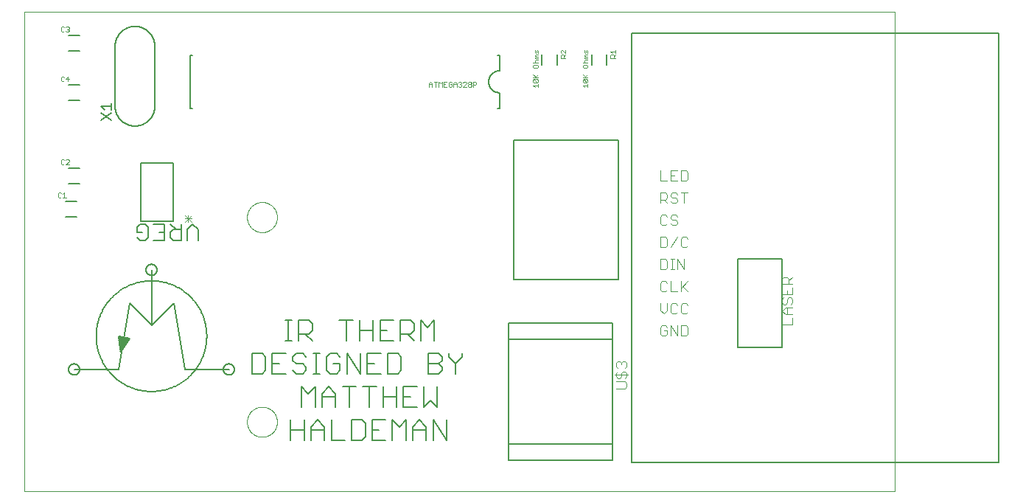
<source format=gto>
G75*
%MOIN*%
%OFA0B0*%
%FSLAX25Y25*%
%IPPOS*%
%LPD*%
%AMOC8*
5,1,8,0,0,1.08239X$1,22.5*
%
%ADD10C,0.00000*%
%ADD11C,0.00800*%
%ADD12C,0.00200*%
%ADD13C,0.00600*%
%ADD14C,0.00500*%
%ADD15C,0.00400*%
%ADD16C,0.00300*%
D10*
X0001000Y0001000D02*
X0001000Y0217535D01*
X0394701Y0217535D01*
X0394701Y0001000D01*
X0001000Y0001000D01*
X0101700Y0032250D02*
X0101702Y0032417D01*
X0101708Y0032584D01*
X0101718Y0032750D01*
X0101733Y0032917D01*
X0101751Y0033082D01*
X0101774Y0033248D01*
X0101800Y0033413D01*
X0101831Y0033577D01*
X0101865Y0033740D01*
X0101904Y0033902D01*
X0101946Y0034064D01*
X0101993Y0034224D01*
X0102043Y0034383D01*
X0102098Y0034541D01*
X0102156Y0034697D01*
X0102218Y0034852D01*
X0102283Y0035006D01*
X0102353Y0035157D01*
X0102426Y0035307D01*
X0102503Y0035455D01*
X0102583Y0035602D01*
X0102667Y0035746D01*
X0102755Y0035888D01*
X0102846Y0036028D01*
X0102940Y0036165D01*
X0103038Y0036301D01*
X0103139Y0036434D01*
X0103244Y0036564D01*
X0103351Y0036692D01*
X0103462Y0036817D01*
X0103575Y0036939D01*
X0103692Y0037058D01*
X0103811Y0037175D01*
X0103933Y0037288D01*
X0104058Y0037399D01*
X0104186Y0037506D01*
X0104316Y0037611D01*
X0104449Y0037712D01*
X0104585Y0037810D01*
X0104722Y0037904D01*
X0104862Y0037995D01*
X0105004Y0038083D01*
X0105148Y0038167D01*
X0105295Y0038247D01*
X0105443Y0038324D01*
X0105593Y0038397D01*
X0105744Y0038467D01*
X0105898Y0038532D01*
X0106053Y0038594D01*
X0106209Y0038652D01*
X0106367Y0038707D01*
X0106526Y0038757D01*
X0106686Y0038804D01*
X0106848Y0038846D01*
X0107010Y0038885D01*
X0107173Y0038919D01*
X0107337Y0038950D01*
X0107502Y0038976D01*
X0107668Y0038999D01*
X0107833Y0039017D01*
X0108000Y0039032D01*
X0108166Y0039042D01*
X0108333Y0039048D01*
X0108500Y0039050D01*
X0108667Y0039048D01*
X0108834Y0039042D01*
X0109000Y0039032D01*
X0109167Y0039017D01*
X0109332Y0038999D01*
X0109498Y0038976D01*
X0109663Y0038950D01*
X0109827Y0038919D01*
X0109990Y0038885D01*
X0110152Y0038846D01*
X0110314Y0038804D01*
X0110474Y0038757D01*
X0110633Y0038707D01*
X0110791Y0038652D01*
X0110947Y0038594D01*
X0111102Y0038532D01*
X0111256Y0038467D01*
X0111407Y0038397D01*
X0111557Y0038324D01*
X0111705Y0038247D01*
X0111852Y0038167D01*
X0111996Y0038083D01*
X0112138Y0037995D01*
X0112278Y0037904D01*
X0112415Y0037810D01*
X0112551Y0037712D01*
X0112684Y0037611D01*
X0112814Y0037506D01*
X0112942Y0037399D01*
X0113067Y0037288D01*
X0113189Y0037175D01*
X0113308Y0037058D01*
X0113425Y0036939D01*
X0113538Y0036817D01*
X0113649Y0036692D01*
X0113756Y0036564D01*
X0113861Y0036434D01*
X0113962Y0036301D01*
X0114060Y0036165D01*
X0114154Y0036028D01*
X0114245Y0035888D01*
X0114333Y0035746D01*
X0114417Y0035602D01*
X0114497Y0035455D01*
X0114574Y0035307D01*
X0114647Y0035157D01*
X0114717Y0035006D01*
X0114782Y0034852D01*
X0114844Y0034697D01*
X0114902Y0034541D01*
X0114957Y0034383D01*
X0115007Y0034224D01*
X0115054Y0034064D01*
X0115096Y0033902D01*
X0115135Y0033740D01*
X0115169Y0033577D01*
X0115200Y0033413D01*
X0115226Y0033248D01*
X0115249Y0033082D01*
X0115267Y0032917D01*
X0115282Y0032750D01*
X0115292Y0032584D01*
X0115298Y0032417D01*
X0115300Y0032250D01*
X0115298Y0032083D01*
X0115292Y0031916D01*
X0115282Y0031750D01*
X0115267Y0031583D01*
X0115249Y0031418D01*
X0115226Y0031252D01*
X0115200Y0031087D01*
X0115169Y0030923D01*
X0115135Y0030760D01*
X0115096Y0030598D01*
X0115054Y0030436D01*
X0115007Y0030276D01*
X0114957Y0030117D01*
X0114902Y0029959D01*
X0114844Y0029803D01*
X0114782Y0029648D01*
X0114717Y0029494D01*
X0114647Y0029343D01*
X0114574Y0029193D01*
X0114497Y0029045D01*
X0114417Y0028898D01*
X0114333Y0028754D01*
X0114245Y0028612D01*
X0114154Y0028472D01*
X0114060Y0028335D01*
X0113962Y0028199D01*
X0113861Y0028066D01*
X0113756Y0027936D01*
X0113649Y0027808D01*
X0113538Y0027683D01*
X0113425Y0027561D01*
X0113308Y0027442D01*
X0113189Y0027325D01*
X0113067Y0027212D01*
X0112942Y0027101D01*
X0112814Y0026994D01*
X0112684Y0026889D01*
X0112551Y0026788D01*
X0112415Y0026690D01*
X0112278Y0026596D01*
X0112138Y0026505D01*
X0111996Y0026417D01*
X0111852Y0026333D01*
X0111705Y0026253D01*
X0111557Y0026176D01*
X0111407Y0026103D01*
X0111256Y0026033D01*
X0111102Y0025968D01*
X0110947Y0025906D01*
X0110791Y0025848D01*
X0110633Y0025793D01*
X0110474Y0025743D01*
X0110314Y0025696D01*
X0110152Y0025654D01*
X0109990Y0025615D01*
X0109827Y0025581D01*
X0109663Y0025550D01*
X0109498Y0025524D01*
X0109332Y0025501D01*
X0109167Y0025483D01*
X0109000Y0025468D01*
X0108834Y0025458D01*
X0108667Y0025452D01*
X0108500Y0025450D01*
X0108333Y0025452D01*
X0108166Y0025458D01*
X0108000Y0025468D01*
X0107833Y0025483D01*
X0107668Y0025501D01*
X0107502Y0025524D01*
X0107337Y0025550D01*
X0107173Y0025581D01*
X0107010Y0025615D01*
X0106848Y0025654D01*
X0106686Y0025696D01*
X0106526Y0025743D01*
X0106367Y0025793D01*
X0106209Y0025848D01*
X0106053Y0025906D01*
X0105898Y0025968D01*
X0105744Y0026033D01*
X0105593Y0026103D01*
X0105443Y0026176D01*
X0105295Y0026253D01*
X0105148Y0026333D01*
X0105004Y0026417D01*
X0104862Y0026505D01*
X0104722Y0026596D01*
X0104585Y0026690D01*
X0104449Y0026788D01*
X0104316Y0026889D01*
X0104186Y0026994D01*
X0104058Y0027101D01*
X0103933Y0027212D01*
X0103811Y0027325D01*
X0103692Y0027442D01*
X0103575Y0027561D01*
X0103462Y0027683D01*
X0103351Y0027808D01*
X0103244Y0027936D01*
X0103139Y0028066D01*
X0103038Y0028199D01*
X0102940Y0028335D01*
X0102846Y0028472D01*
X0102755Y0028612D01*
X0102667Y0028754D01*
X0102583Y0028898D01*
X0102503Y0029045D01*
X0102426Y0029193D01*
X0102353Y0029343D01*
X0102283Y0029494D01*
X0102218Y0029648D01*
X0102156Y0029803D01*
X0102098Y0029959D01*
X0102043Y0030117D01*
X0101993Y0030276D01*
X0101946Y0030436D01*
X0101904Y0030598D01*
X0101865Y0030760D01*
X0101831Y0030923D01*
X0101800Y0031087D01*
X0101774Y0031252D01*
X0101751Y0031418D01*
X0101733Y0031583D01*
X0101718Y0031750D01*
X0101708Y0031916D01*
X0101702Y0032083D01*
X0101700Y0032250D01*
X0101700Y0124750D02*
X0101702Y0124917D01*
X0101708Y0125084D01*
X0101718Y0125250D01*
X0101733Y0125417D01*
X0101751Y0125582D01*
X0101774Y0125748D01*
X0101800Y0125913D01*
X0101831Y0126077D01*
X0101865Y0126240D01*
X0101904Y0126402D01*
X0101946Y0126564D01*
X0101993Y0126724D01*
X0102043Y0126883D01*
X0102098Y0127041D01*
X0102156Y0127197D01*
X0102218Y0127352D01*
X0102283Y0127506D01*
X0102353Y0127657D01*
X0102426Y0127807D01*
X0102503Y0127955D01*
X0102583Y0128102D01*
X0102667Y0128246D01*
X0102755Y0128388D01*
X0102846Y0128528D01*
X0102940Y0128665D01*
X0103038Y0128801D01*
X0103139Y0128934D01*
X0103244Y0129064D01*
X0103351Y0129192D01*
X0103462Y0129317D01*
X0103575Y0129439D01*
X0103692Y0129558D01*
X0103811Y0129675D01*
X0103933Y0129788D01*
X0104058Y0129899D01*
X0104186Y0130006D01*
X0104316Y0130111D01*
X0104449Y0130212D01*
X0104585Y0130310D01*
X0104722Y0130404D01*
X0104862Y0130495D01*
X0105004Y0130583D01*
X0105148Y0130667D01*
X0105295Y0130747D01*
X0105443Y0130824D01*
X0105593Y0130897D01*
X0105744Y0130967D01*
X0105898Y0131032D01*
X0106053Y0131094D01*
X0106209Y0131152D01*
X0106367Y0131207D01*
X0106526Y0131257D01*
X0106686Y0131304D01*
X0106848Y0131346D01*
X0107010Y0131385D01*
X0107173Y0131419D01*
X0107337Y0131450D01*
X0107502Y0131476D01*
X0107668Y0131499D01*
X0107833Y0131517D01*
X0108000Y0131532D01*
X0108166Y0131542D01*
X0108333Y0131548D01*
X0108500Y0131550D01*
X0108667Y0131548D01*
X0108834Y0131542D01*
X0109000Y0131532D01*
X0109167Y0131517D01*
X0109332Y0131499D01*
X0109498Y0131476D01*
X0109663Y0131450D01*
X0109827Y0131419D01*
X0109990Y0131385D01*
X0110152Y0131346D01*
X0110314Y0131304D01*
X0110474Y0131257D01*
X0110633Y0131207D01*
X0110791Y0131152D01*
X0110947Y0131094D01*
X0111102Y0131032D01*
X0111256Y0130967D01*
X0111407Y0130897D01*
X0111557Y0130824D01*
X0111705Y0130747D01*
X0111852Y0130667D01*
X0111996Y0130583D01*
X0112138Y0130495D01*
X0112278Y0130404D01*
X0112415Y0130310D01*
X0112551Y0130212D01*
X0112684Y0130111D01*
X0112814Y0130006D01*
X0112942Y0129899D01*
X0113067Y0129788D01*
X0113189Y0129675D01*
X0113308Y0129558D01*
X0113425Y0129439D01*
X0113538Y0129317D01*
X0113649Y0129192D01*
X0113756Y0129064D01*
X0113861Y0128934D01*
X0113962Y0128801D01*
X0114060Y0128665D01*
X0114154Y0128528D01*
X0114245Y0128388D01*
X0114333Y0128246D01*
X0114417Y0128102D01*
X0114497Y0127955D01*
X0114574Y0127807D01*
X0114647Y0127657D01*
X0114717Y0127506D01*
X0114782Y0127352D01*
X0114844Y0127197D01*
X0114902Y0127041D01*
X0114957Y0126883D01*
X0115007Y0126724D01*
X0115054Y0126564D01*
X0115096Y0126402D01*
X0115135Y0126240D01*
X0115169Y0126077D01*
X0115200Y0125913D01*
X0115226Y0125748D01*
X0115249Y0125582D01*
X0115267Y0125417D01*
X0115282Y0125250D01*
X0115292Y0125084D01*
X0115298Y0124917D01*
X0115300Y0124750D01*
X0115298Y0124583D01*
X0115292Y0124416D01*
X0115282Y0124250D01*
X0115267Y0124083D01*
X0115249Y0123918D01*
X0115226Y0123752D01*
X0115200Y0123587D01*
X0115169Y0123423D01*
X0115135Y0123260D01*
X0115096Y0123098D01*
X0115054Y0122936D01*
X0115007Y0122776D01*
X0114957Y0122617D01*
X0114902Y0122459D01*
X0114844Y0122303D01*
X0114782Y0122148D01*
X0114717Y0121994D01*
X0114647Y0121843D01*
X0114574Y0121693D01*
X0114497Y0121545D01*
X0114417Y0121398D01*
X0114333Y0121254D01*
X0114245Y0121112D01*
X0114154Y0120972D01*
X0114060Y0120835D01*
X0113962Y0120699D01*
X0113861Y0120566D01*
X0113756Y0120436D01*
X0113649Y0120308D01*
X0113538Y0120183D01*
X0113425Y0120061D01*
X0113308Y0119942D01*
X0113189Y0119825D01*
X0113067Y0119712D01*
X0112942Y0119601D01*
X0112814Y0119494D01*
X0112684Y0119389D01*
X0112551Y0119288D01*
X0112415Y0119190D01*
X0112278Y0119096D01*
X0112138Y0119005D01*
X0111996Y0118917D01*
X0111852Y0118833D01*
X0111705Y0118753D01*
X0111557Y0118676D01*
X0111407Y0118603D01*
X0111256Y0118533D01*
X0111102Y0118468D01*
X0110947Y0118406D01*
X0110791Y0118348D01*
X0110633Y0118293D01*
X0110474Y0118243D01*
X0110314Y0118196D01*
X0110152Y0118154D01*
X0109990Y0118115D01*
X0109827Y0118081D01*
X0109663Y0118050D01*
X0109498Y0118024D01*
X0109332Y0118001D01*
X0109167Y0117983D01*
X0109000Y0117968D01*
X0108834Y0117958D01*
X0108667Y0117952D01*
X0108500Y0117950D01*
X0108333Y0117952D01*
X0108166Y0117958D01*
X0108000Y0117968D01*
X0107833Y0117983D01*
X0107668Y0118001D01*
X0107502Y0118024D01*
X0107337Y0118050D01*
X0107173Y0118081D01*
X0107010Y0118115D01*
X0106848Y0118154D01*
X0106686Y0118196D01*
X0106526Y0118243D01*
X0106367Y0118293D01*
X0106209Y0118348D01*
X0106053Y0118406D01*
X0105898Y0118468D01*
X0105744Y0118533D01*
X0105593Y0118603D01*
X0105443Y0118676D01*
X0105295Y0118753D01*
X0105148Y0118833D01*
X0105004Y0118917D01*
X0104862Y0119005D01*
X0104722Y0119096D01*
X0104585Y0119190D01*
X0104449Y0119288D01*
X0104316Y0119389D01*
X0104186Y0119494D01*
X0104058Y0119601D01*
X0103933Y0119712D01*
X0103811Y0119825D01*
X0103692Y0119942D01*
X0103575Y0120061D01*
X0103462Y0120183D01*
X0103351Y0120308D01*
X0103244Y0120436D01*
X0103139Y0120566D01*
X0103038Y0120699D01*
X0102940Y0120835D01*
X0102846Y0120972D01*
X0102755Y0121112D01*
X0102667Y0121254D01*
X0102583Y0121398D01*
X0102503Y0121545D01*
X0102426Y0121693D01*
X0102353Y0121843D01*
X0102283Y0121994D01*
X0102218Y0122148D01*
X0102156Y0122303D01*
X0102098Y0122459D01*
X0102043Y0122617D01*
X0101993Y0122776D01*
X0101946Y0122936D01*
X0101904Y0123098D01*
X0101865Y0123260D01*
X0101831Y0123423D01*
X0101800Y0123587D01*
X0101774Y0123752D01*
X0101751Y0123918D01*
X0101733Y0124083D01*
X0101718Y0124250D01*
X0101708Y0124416D01*
X0101702Y0124583D01*
X0101700Y0124750D01*
D11*
X0079500Y0119131D02*
X0079500Y0114194D01*
X0074562Y0114194D02*
X0074562Y0119131D01*
X0077031Y0121600D01*
X0079500Y0119131D01*
X0071950Y0119131D02*
X0068246Y0119131D01*
X0067012Y0117897D01*
X0067012Y0115428D01*
X0068246Y0114194D01*
X0071950Y0114194D01*
X0071950Y0121600D01*
X0069481Y0119131D02*
X0067012Y0121600D01*
X0064399Y0121600D02*
X0059462Y0121600D01*
X0056849Y0120366D02*
X0055614Y0121600D01*
X0053146Y0121600D01*
X0051911Y0120366D01*
X0051911Y0117897D01*
X0054380Y0117897D01*
X0056849Y0115428D02*
X0056849Y0120366D01*
X0061930Y0117897D02*
X0064399Y0117897D01*
X0064399Y0114194D02*
X0064399Y0121600D01*
X0064399Y0114194D02*
X0059462Y0114194D01*
X0056849Y0115428D02*
X0055614Y0114194D01*
X0053146Y0114194D01*
X0051911Y0115428D01*
X0118900Y0078108D02*
X0121969Y0078108D01*
X0120435Y0078108D02*
X0120435Y0068900D01*
X0121969Y0068900D02*
X0118900Y0068900D01*
X0125039Y0068900D02*
X0125039Y0078108D01*
X0129642Y0078108D01*
X0131177Y0076573D01*
X0131177Y0073504D01*
X0129642Y0071969D01*
X0125039Y0071969D01*
X0128108Y0071969D02*
X0131177Y0068900D01*
X0131524Y0063108D02*
X0134593Y0063108D01*
X0133058Y0063108D02*
X0133058Y0053900D01*
X0131524Y0053900D02*
X0134593Y0053900D01*
X0137662Y0055435D02*
X0139197Y0053900D01*
X0142266Y0053900D01*
X0143801Y0055435D01*
X0143801Y0058504D01*
X0140731Y0058504D01*
X0137662Y0061573D02*
X0137662Y0055435D01*
X0128454Y0055435D02*
X0126920Y0053900D01*
X0123850Y0053900D01*
X0122316Y0055435D01*
X0123850Y0058504D02*
X0126920Y0058504D01*
X0128454Y0056969D01*
X0128454Y0055435D01*
X0123850Y0058504D02*
X0122316Y0060039D01*
X0122316Y0061573D01*
X0123850Y0063108D01*
X0126920Y0063108D01*
X0128454Y0061573D01*
X0137662Y0061573D02*
X0139197Y0063108D01*
X0142266Y0063108D01*
X0143801Y0061573D01*
X0146870Y0063108D02*
X0153009Y0053900D01*
X0153009Y0063108D01*
X0156078Y0063108D02*
X0156078Y0053900D01*
X0162216Y0053900D01*
X0165286Y0053900D02*
X0169890Y0053900D01*
X0171424Y0055435D01*
X0171424Y0061573D01*
X0169890Y0063108D01*
X0165286Y0063108D01*
X0165286Y0053900D01*
X0163231Y0048108D02*
X0163231Y0038900D01*
X0157093Y0038900D02*
X0157093Y0048108D01*
X0154024Y0048108D02*
X0160162Y0048108D01*
X0150954Y0048108D02*
X0144816Y0048108D01*
X0147885Y0048108D02*
X0147885Y0038900D01*
X0141746Y0038900D02*
X0141746Y0045039D01*
X0138677Y0048108D01*
X0135608Y0045039D01*
X0135608Y0038900D01*
X0132539Y0038900D02*
X0132539Y0048108D01*
X0129469Y0045039D01*
X0126400Y0048108D01*
X0126400Y0038900D01*
X0127539Y0033108D02*
X0127539Y0023900D01*
X0130608Y0023900D02*
X0130608Y0030039D01*
X0133677Y0033108D01*
X0136746Y0030039D01*
X0136746Y0023900D01*
X0139816Y0023900D02*
X0145954Y0023900D01*
X0149024Y0023900D02*
X0153628Y0023900D01*
X0155162Y0025435D01*
X0155162Y0031573D01*
X0153628Y0033108D01*
X0149024Y0033108D01*
X0149024Y0023900D01*
X0158231Y0023900D02*
X0164370Y0023900D01*
X0167439Y0023900D02*
X0167439Y0033108D01*
X0170509Y0030039D01*
X0173578Y0033108D01*
X0173578Y0023900D01*
X0176647Y0023900D02*
X0176647Y0030039D01*
X0179716Y0033108D01*
X0182786Y0030039D01*
X0182786Y0023900D01*
X0185855Y0023900D02*
X0185855Y0033108D01*
X0191994Y0023900D01*
X0191994Y0033108D01*
X0187786Y0038900D02*
X0187786Y0048108D01*
X0181647Y0048108D02*
X0181647Y0038900D01*
X0184716Y0041969D01*
X0187786Y0038900D01*
X0178578Y0038900D02*
X0172439Y0038900D01*
X0172439Y0048108D01*
X0178578Y0048108D01*
X0183701Y0053900D02*
X0188305Y0053900D01*
X0189840Y0055435D01*
X0189840Y0056969D01*
X0188305Y0058504D01*
X0183701Y0058504D01*
X0188305Y0058504D02*
X0189840Y0060039D01*
X0189840Y0061573D01*
X0188305Y0063108D01*
X0183701Y0063108D01*
X0183701Y0053900D01*
X0192909Y0061573D02*
X0195979Y0058504D01*
X0195979Y0053900D01*
X0195979Y0058504D02*
X0199048Y0061573D01*
X0199048Y0063108D01*
X0192909Y0063108D02*
X0192909Y0061573D01*
X0186424Y0068900D02*
X0186424Y0078108D01*
X0183355Y0075039D01*
X0180286Y0078108D01*
X0180286Y0068900D01*
X0177216Y0068900D02*
X0174147Y0071969D01*
X0175682Y0071969D02*
X0171078Y0071969D01*
X0171078Y0068900D02*
X0171078Y0078108D01*
X0175682Y0078108D01*
X0177216Y0076573D01*
X0177216Y0073504D01*
X0175682Y0071969D01*
X0168009Y0068900D02*
X0161870Y0068900D01*
X0161870Y0078108D01*
X0168009Y0078108D01*
X0164939Y0073504D02*
X0161870Y0073504D01*
X0158801Y0073504D02*
X0152662Y0073504D01*
X0152662Y0068900D02*
X0152662Y0078108D01*
X0149593Y0078108D02*
X0143454Y0078108D01*
X0146524Y0078108D02*
X0146524Y0068900D01*
X0158801Y0068900D02*
X0158801Y0078108D01*
X0156078Y0063108D02*
X0162216Y0063108D01*
X0159147Y0058504D02*
X0156078Y0058504D01*
X0146870Y0053900D02*
X0146870Y0063108D01*
X0169370Y0048108D02*
X0169370Y0038900D01*
X0169370Y0043504D02*
X0163231Y0043504D01*
X0172439Y0043504D02*
X0175509Y0043504D01*
X0164370Y0033108D02*
X0158231Y0033108D01*
X0158231Y0023900D01*
X0158231Y0028504D02*
X0161301Y0028504D01*
X0176647Y0028504D02*
X0182786Y0028504D01*
X0141746Y0043504D02*
X0135608Y0043504D01*
X0139816Y0033108D02*
X0139816Y0023900D01*
X0136746Y0028504D02*
X0130608Y0028504D01*
X0127539Y0028504D02*
X0121400Y0028504D01*
X0121400Y0023900D02*
X0121400Y0033108D01*
X0119246Y0053900D02*
X0113108Y0053900D01*
X0113108Y0063108D01*
X0119246Y0063108D01*
X0116177Y0058504D02*
X0113108Y0058504D01*
X0110039Y0055435D02*
X0110039Y0061573D01*
X0108504Y0063108D01*
X0103900Y0063108D01*
X0103900Y0053900D01*
X0108504Y0053900D01*
X0110039Y0055435D01*
X0077000Y0174000D02*
X0076000Y0174000D01*
X0076000Y0198000D01*
X0077000Y0198000D01*
X0060000Y0202000D02*
X0060000Y0175000D01*
X0059997Y0174781D01*
X0059989Y0174562D01*
X0059976Y0174343D01*
X0059957Y0174125D01*
X0059933Y0173907D01*
X0059904Y0173690D01*
X0059870Y0173473D01*
X0059830Y0173258D01*
X0059785Y0173043D01*
X0059734Y0172830D01*
X0059679Y0172618D01*
X0059618Y0172407D01*
X0059553Y0172198D01*
X0059482Y0171991D01*
X0059406Y0171785D01*
X0059325Y0171581D01*
X0059240Y0171379D01*
X0059149Y0171180D01*
X0059054Y0170983D01*
X0058953Y0170788D01*
X0058848Y0170595D01*
X0058739Y0170405D01*
X0058625Y0170218D01*
X0058506Y0170034D01*
X0058383Y0169853D01*
X0058255Y0169675D01*
X0058123Y0169499D01*
X0057987Y0169328D01*
X0057847Y0169159D01*
X0057703Y0168994D01*
X0057555Y0168833D01*
X0057403Y0168675D01*
X0057247Y0168521D01*
X0057087Y0168371D01*
X0056924Y0168224D01*
X0056757Y0168082D01*
X0056587Y0167944D01*
X0056413Y0167810D01*
X0056237Y0167680D01*
X0056057Y0167555D01*
X0055874Y0167434D01*
X0055688Y0167318D01*
X0055500Y0167206D01*
X0055309Y0167099D01*
X0055115Y0166996D01*
X0054919Y0166898D01*
X0054721Y0166805D01*
X0054520Y0166717D01*
X0054317Y0166634D01*
X0054112Y0166555D01*
X0053906Y0166482D01*
X0053698Y0166414D01*
X0053488Y0166351D01*
X0053276Y0166293D01*
X0053064Y0166240D01*
X0052850Y0166192D01*
X0052635Y0166150D01*
X0052419Y0166113D01*
X0052202Y0166081D01*
X0051984Y0166054D01*
X0051766Y0166033D01*
X0051548Y0166017D01*
X0051329Y0166006D01*
X0051110Y0166001D01*
X0050890Y0166001D01*
X0050671Y0166006D01*
X0050452Y0166017D01*
X0050234Y0166033D01*
X0050016Y0166054D01*
X0049798Y0166081D01*
X0049581Y0166113D01*
X0049365Y0166150D01*
X0049150Y0166192D01*
X0048936Y0166240D01*
X0048724Y0166293D01*
X0048512Y0166351D01*
X0048302Y0166414D01*
X0048094Y0166482D01*
X0047888Y0166555D01*
X0047683Y0166634D01*
X0047480Y0166717D01*
X0047279Y0166805D01*
X0047081Y0166898D01*
X0046885Y0166996D01*
X0046691Y0167099D01*
X0046500Y0167206D01*
X0046312Y0167318D01*
X0046126Y0167434D01*
X0045943Y0167555D01*
X0045763Y0167680D01*
X0045587Y0167810D01*
X0045413Y0167944D01*
X0045243Y0168082D01*
X0045076Y0168224D01*
X0044913Y0168371D01*
X0044753Y0168521D01*
X0044597Y0168675D01*
X0044445Y0168833D01*
X0044297Y0168994D01*
X0044153Y0169159D01*
X0044013Y0169328D01*
X0043877Y0169499D01*
X0043745Y0169675D01*
X0043617Y0169853D01*
X0043494Y0170034D01*
X0043375Y0170218D01*
X0043261Y0170405D01*
X0043152Y0170595D01*
X0043047Y0170788D01*
X0042946Y0170983D01*
X0042851Y0171180D01*
X0042760Y0171379D01*
X0042675Y0171581D01*
X0042594Y0171785D01*
X0042518Y0171991D01*
X0042447Y0172198D01*
X0042382Y0172407D01*
X0042321Y0172618D01*
X0042266Y0172830D01*
X0042215Y0173043D01*
X0042170Y0173258D01*
X0042130Y0173473D01*
X0042096Y0173690D01*
X0042067Y0173907D01*
X0042043Y0174125D01*
X0042024Y0174343D01*
X0042011Y0174562D01*
X0042003Y0174781D01*
X0042000Y0175000D01*
X0042000Y0202000D01*
X0042003Y0202219D01*
X0042011Y0202438D01*
X0042024Y0202657D01*
X0042043Y0202875D01*
X0042067Y0203093D01*
X0042096Y0203310D01*
X0042130Y0203527D01*
X0042170Y0203742D01*
X0042215Y0203957D01*
X0042266Y0204170D01*
X0042321Y0204382D01*
X0042382Y0204593D01*
X0042447Y0204802D01*
X0042518Y0205009D01*
X0042594Y0205215D01*
X0042675Y0205419D01*
X0042760Y0205621D01*
X0042851Y0205820D01*
X0042946Y0206017D01*
X0043047Y0206212D01*
X0043152Y0206405D01*
X0043261Y0206595D01*
X0043375Y0206782D01*
X0043494Y0206966D01*
X0043617Y0207147D01*
X0043745Y0207325D01*
X0043877Y0207501D01*
X0044013Y0207672D01*
X0044153Y0207841D01*
X0044297Y0208006D01*
X0044445Y0208167D01*
X0044597Y0208325D01*
X0044753Y0208479D01*
X0044913Y0208629D01*
X0045076Y0208776D01*
X0045243Y0208918D01*
X0045413Y0209056D01*
X0045587Y0209190D01*
X0045763Y0209320D01*
X0045943Y0209445D01*
X0046126Y0209566D01*
X0046312Y0209682D01*
X0046500Y0209794D01*
X0046691Y0209901D01*
X0046885Y0210004D01*
X0047081Y0210102D01*
X0047279Y0210195D01*
X0047480Y0210283D01*
X0047683Y0210366D01*
X0047888Y0210445D01*
X0048094Y0210518D01*
X0048302Y0210586D01*
X0048512Y0210649D01*
X0048724Y0210707D01*
X0048936Y0210760D01*
X0049150Y0210808D01*
X0049365Y0210850D01*
X0049581Y0210887D01*
X0049798Y0210919D01*
X0050016Y0210946D01*
X0050234Y0210967D01*
X0050452Y0210983D01*
X0050671Y0210994D01*
X0050890Y0210999D01*
X0051110Y0210999D01*
X0051329Y0210994D01*
X0051548Y0210983D01*
X0051766Y0210967D01*
X0051984Y0210946D01*
X0052202Y0210919D01*
X0052419Y0210887D01*
X0052635Y0210850D01*
X0052850Y0210808D01*
X0053064Y0210760D01*
X0053276Y0210707D01*
X0053488Y0210649D01*
X0053698Y0210586D01*
X0053906Y0210518D01*
X0054112Y0210445D01*
X0054317Y0210366D01*
X0054520Y0210283D01*
X0054721Y0210195D01*
X0054919Y0210102D01*
X0055115Y0210004D01*
X0055309Y0209901D01*
X0055500Y0209794D01*
X0055688Y0209682D01*
X0055874Y0209566D01*
X0056057Y0209445D01*
X0056237Y0209320D01*
X0056413Y0209190D01*
X0056587Y0209056D01*
X0056757Y0208918D01*
X0056924Y0208776D01*
X0057087Y0208629D01*
X0057247Y0208479D01*
X0057403Y0208325D01*
X0057555Y0208167D01*
X0057703Y0208006D01*
X0057847Y0207841D01*
X0057987Y0207672D01*
X0058123Y0207501D01*
X0058255Y0207325D01*
X0058383Y0207147D01*
X0058506Y0206966D01*
X0058625Y0206782D01*
X0058739Y0206595D01*
X0058848Y0206405D01*
X0058953Y0206212D01*
X0059054Y0206017D01*
X0059149Y0205820D01*
X0059240Y0205621D01*
X0059325Y0205419D01*
X0059406Y0205215D01*
X0059482Y0205009D01*
X0059553Y0204802D01*
X0059618Y0204593D01*
X0059679Y0204382D01*
X0059734Y0204170D01*
X0059785Y0203957D01*
X0059830Y0203742D01*
X0059870Y0203527D01*
X0059904Y0203310D01*
X0059933Y0203093D01*
X0059957Y0202875D01*
X0059976Y0202657D01*
X0059989Y0202438D01*
X0059997Y0202219D01*
X0060000Y0202000D01*
X0215000Y0198000D02*
X0216000Y0198000D01*
X0216000Y0191000D01*
X0215860Y0190998D01*
X0215720Y0190992D01*
X0215580Y0190982D01*
X0215440Y0190969D01*
X0215301Y0190951D01*
X0215162Y0190929D01*
X0215025Y0190904D01*
X0214887Y0190875D01*
X0214751Y0190842D01*
X0214616Y0190805D01*
X0214482Y0190764D01*
X0214349Y0190719D01*
X0214217Y0190671D01*
X0214087Y0190619D01*
X0213958Y0190564D01*
X0213831Y0190505D01*
X0213705Y0190442D01*
X0213581Y0190376D01*
X0213460Y0190307D01*
X0213340Y0190234D01*
X0213222Y0190157D01*
X0213107Y0190078D01*
X0212993Y0189995D01*
X0212883Y0189909D01*
X0212774Y0189820D01*
X0212668Y0189728D01*
X0212565Y0189633D01*
X0212464Y0189536D01*
X0212367Y0189435D01*
X0212272Y0189332D01*
X0212180Y0189226D01*
X0212091Y0189117D01*
X0212005Y0189007D01*
X0211922Y0188893D01*
X0211843Y0188778D01*
X0211766Y0188660D01*
X0211693Y0188540D01*
X0211624Y0188419D01*
X0211558Y0188295D01*
X0211495Y0188169D01*
X0211436Y0188042D01*
X0211381Y0187913D01*
X0211329Y0187783D01*
X0211281Y0187651D01*
X0211236Y0187518D01*
X0211195Y0187384D01*
X0211158Y0187249D01*
X0211125Y0187113D01*
X0211096Y0186975D01*
X0211071Y0186838D01*
X0211049Y0186699D01*
X0211031Y0186560D01*
X0211018Y0186420D01*
X0211008Y0186280D01*
X0211002Y0186140D01*
X0211000Y0186000D01*
X0211002Y0185860D01*
X0211008Y0185720D01*
X0211018Y0185580D01*
X0211031Y0185440D01*
X0211049Y0185301D01*
X0211071Y0185162D01*
X0211096Y0185025D01*
X0211125Y0184887D01*
X0211158Y0184751D01*
X0211195Y0184616D01*
X0211236Y0184482D01*
X0211281Y0184349D01*
X0211329Y0184217D01*
X0211381Y0184087D01*
X0211436Y0183958D01*
X0211495Y0183831D01*
X0211558Y0183705D01*
X0211624Y0183581D01*
X0211693Y0183460D01*
X0211766Y0183340D01*
X0211843Y0183222D01*
X0211922Y0183107D01*
X0212005Y0182993D01*
X0212091Y0182883D01*
X0212180Y0182774D01*
X0212272Y0182668D01*
X0212367Y0182565D01*
X0212464Y0182464D01*
X0212565Y0182367D01*
X0212668Y0182272D01*
X0212774Y0182180D01*
X0212883Y0182091D01*
X0212993Y0182005D01*
X0213107Y0181922D01*
X0213222Y0181843D01*
X0213340Y0181766D01*
X0213460Y0181693D01*
X0213581Y0181624D01*
X0213705Y0181558D01*
X0213831Y0181495D01*
X0213958Y0181436D01*
X0214087Y0181381D01*
X0214217Y0181329D01*
X0214349Y0181281D01*
X0214482Y0181236D01*
X0214616Y0181195D01*
X0214751Y0181158D01*
X0214887Y0181125D01*
X0215025Y0181096D01*
X0215162Y0181071D01*
X0215301Y0181049D01*
X0215440Y0181031D01*
X0215580Y0181018D01*
X0215720Y0181008D01*
X0215860Y0181002D01*
X0216000Y0181000D01*
X0216000Y0174000D01*
X0215000Y0174000D01*
D12*
X0231098Y0184155D02*
X0231832Y0183421D01*
X0231098Y0184155D02*
X0233300Y0184155D01*
X0233300Y0183421D02*
X0233300Y0184889D01*
X0232933Y0185631D02*
X0231465Y0187099D01*
X0232933Y0187099D01*
X0233300Y0186732D01*
X0233300Y0185998D01*
X0232933Y0185631D01*
X0231465Y0185631D01*
X0231098Y0185998D01*
X0231098Y0186732D01*
X0231465Y0187099D01*
X0231098Y0187841D02*
X0233300Y0187841D01*
X0232566Y0187841D02*
X0231098Y0189309D01*
X0232199Y0188208D02*
X0233300Y0189309D01*
X0232933Y0192260D02*
X0233300Y0192627D01*
X0233300Y0193361D01*
X0232933Y0193728D01*
X0231465Y0193728D01*
X0231098Y0193361D01*
X0231098Y0192627D01*
X0231465Y0192260D01*
X0232933Y0192260D01*
X0233300Y0194470D02*
X0231098Y0194470D01*
X0231832Y0194837D02*
X0232199Y0194470D01*
X0231832Y0194837D02*
X0231832Y0195571D01*
X0232199Y0195938D01*
X0233300Y0195938D01*
X0233300Y0196680D02*
X0231832Y0196680D01*
X0231832Y0197047D01*
X0232199Y0197414D01*
X0231832Y0197781D01*
X0232199Y0198148D01*
X0233300Y0198148D01*
X0233300Y0197414D02*
X0232199Y0197414D01*
X0232199Y0198890D02*
X0231832Y0199257D01*
X0231832Y0200358D01*
X0232566Y0199991D02*
X0232566Y0199257D01*
X0232199Y0198890D01*
X0233300Y0198890D02*
X0233300Y0199991D01*
X0232933Y0200358D01*
X0232566Y0199991D01*
X0243598Y0199991D02*
X0243598Y0199257D01*
X0243965Y0198890D01*
X0243965Y0198148D02*
X0244699Y0198148D01*
X0245066Y0197781D01*
X0245066Y0196680D01*
X0245800Y0196680D02*
X0243598Y0196680D01*
X0243598Y0197781D01*
X0243965Y0198148D01*
X0245066Y0197414D02*
X0245800Y0198148D01*
X0245800Y0198890D02*
X0244332Y0200358D01*
X0243965Y0200358D01*
X0243598Y0199991D01*
X0245800Y0200358D02*
X0245800Y0198890D01*
X0254332Y0199257D02*
X0254332Y0200358D01*
X0255066Y0199991D02*
X0255066Y0199257D01*
X0254699Y0198890D01*
X0254332Y0199257D01*
X0255066Y0199991D02*
X0255433Y0200358D01*
X0255800Y0199991D01*
X0255800Y0198890D01*
X0255800Y0198148D02*
X0254699Y0198148D01*
X0254332Y0197781D01*
X0254699Y0197414D01*
X0255800Y0197414D01*
X0255800Y0196680D02*
X0254332Y0196680D01*
X0254332Y0197047D01*
X0254699Y0197414D01*
X0254699Y0195938D02*
X0255800Y0195938D01*
X0254699Y0195938D02*
X0254332Y0195571D01*
X0254332Y0194837D01*
X0254699Y0194470D01*
X0253965Y0193728D02*
X0253598Y0193361D01*
X0253598Y0192627D01*
X0253965Y0192260D01*
X0255433Y0192260D01*
X0255800Y0192627D01*
X0255800Y0193361D01*
X0255433Y0193728D01*
X0253965Y0193728D01*
X0253598Y0194470D02*
X0255800Y0194470D01*
X0255800Y0189309D02*
X0254699Y0188208D01*
X0255066Y0187841D02*
X0253598Y0189309D01*
X0253598Y0187841D02*
X0255800Y0187841D01*
X0255433Y0187099D02*
X0255800Y0186732D01*
X0255800Y0185998D01*
X0255433Y0185631D01*
X0253965Y0187099D01*
X0255433Y0187099D01*
X0253965Y0187099D02*
X0253598Y0186732D01*
X0253598Y0185998D01*
X0253965Y0185631D01*
X0255433Y0185631D01*
X0255800Y0184889D02*
X0255800Y0183421D01*
X0255800Y0184155D02*
X0253598Y0184155D01*
X0254332Y0183421D01*
X0266098Y0196680D02*
X0266098Y0197781D01*
X0266465Y0198148D01*
X0267199Y0198148D01*
X0267566Y0197781D01*
X0267566Y0196680D01*
X0268300Y0196680D02*
X0266098Y0196680D01*
X0267566Y0197414D02*
X0268300Y0198148D01*
X0268300Y0198890D02*
X0268300Y0200358D01*
X0268300Y0199624D02*
X0266098Y0199624D01*
X0266832Y0198890D01*
X0205358Y0185535D02*
X0205358Y0184801D01*
X0204991Y0184434D01*
X0203890Y0184434D01*
X0203890Y0183700D02*
X0203890Y0185902D01*
X0204991Y0185902D01*
X0205358Y0185535D01*
X0203148Y0185535D02*
X0202781Y0185902D01*
X0202047Y0185902D01*
X0201680Y0185535D01*
X0201680Y0185168D01*
X0202047Y0184801D01*
X0202781Y0184801D01*
X0203148Y0184434D01*
X0203148Y0184067D01*
X0202781Y0183700D01*
X0202047Y0183700D01*
X0201680Y0184067D01*
X0201680Y0184434D01*
X0202047Y0184801D01*
X0202781Y0184801D02*
X0203148Y0185168D01*
X0203148Y0185535D01*
X0200938Y0185535D02*
X0200571Y0185902D01*
X0199837Y0185902D01*
X0199470Y0185535D01*
X0198728Y0185535D02*
X0198361Y0185902D01*
X0197627Y0185902D01*
X0197260Y0185535D01*
X0196518Y0185168D02*
X0196518Y0183700D01*
X0197260Y0184067D02*
X0197627Y0183700D01*
X0198361Y0183700D01*
X0198728Y0184067D01*
X0198728Y0184434D01*
X0198361Y0184801D01*
X0197994Y0184801D01*
X0198361Y0184801D02*
X0198728Y0185168D01*
X0198728Y0185535D01*
X0199470Y0183700D02*
X0200938Y0185168D01*
X0200938Y0185535D01*
X0200938Y0183700D02*
X0199470Y0183700D01*
X0196518Y0184801D02*
X0195051Y0184801D01*
X0195051Y0185168D02*
X0195784Y0185902D01*
X0196518Y0185168D01*
X0195051Y0185168D02*
X0195051Y0183700D01*
X0194309Y0184067D02*
X0194309Y0184801D01*
X0193575Y0184801D01*
X0194309Y0185535D02*
X0193942Y0185902D01*
X0193208Y0185902D01*
X0192841Y0185535D01*
X0192841Y0184067D01*
X0193208Y0183700D01*
X0193942Y0183700D01*
X0194309Y0184067D01*
X0192099Y0183700D02*
X0190631Y0183700D01*
X0190631Y0185902D01*
X0192099Y0185902D01*
X0191365Y0184801D02*
X0190631Y0184801D01*
X0189889Y0185902D02*
X0189889Y0183700D01*
X0188421Y0183700D02*
X0188421Y0185902D01*
X0189155Y0185168D01*
X0189889Y0185902D01*
X0187679Y0185902D02*
X0186211Y0185902D01*
X0186945Y0185902D02*
X0186945Y0183700D01*
X0185469Y0183700D02*
X0185469Y0185168D01*
X0184735Y0185902D01*
X0184001Y0185168D01*
X0184001Y0183700D01*
X0184001Y0184801D02*
X0185469Y0184801D01*
X0021178Y0187201D02*
X0019710Y0187201D01*
X0020811Y0188302D01*
X0020811Y0186100D01*
X0018968Y0186467D02*
X0018601Y0186100D01*
X0017867Y0186100D01*
X0017500Y0186467D01*
X0017500Y0187935D01*
X0017867Y0188302D01*
X0018601Y0188302D01*
X0018968Y0187935D01*
X0018601Y0208600D02*
X0018968Y0208967D01*
X0018601Y0208600D02*
X0017867Y0208600D01*
X0017500Y0208967D01*
X0017500Y0210435D01*
X0017867Y0210802D01*
X0018601Y0210802D01*
X0018968Y0210435D01*
X0019710Y0210435D02*
X0020077Y0210802D01*
X0020811Y0210802D01*
X0021178Y0210435D01*
X0021178Y0210068D01*
X0020811Y0209701D01*
X0021178Y0209334D01*
X0021178Y0208967D01*
X0020811Y0208600D01*
X0020077Y0208600D01*
X0019710Y0208967D01*
X0020444Y0209701D02*
X0020811Y0209701D01*
X0020811Y0150802D02*
X0020077Y0150802D01*
X0019710Y0150435D01*
X0018968Y0150435D02*
X0018601Y0150802D01*
X0017867Y0150802D01*
X0017500Y0150435D01*
X0017500Y0148967D01*
X0017867Y0148600D01*
X0018601Y0148600D01*
X0018968Y0148967D01*
X0019710Y0148600D02*
X0021178Y0150068D01*
X0021178Y0150435D01*
X0020811Y0150802D01*
X0021178Y0148600D02*
X0019710Y0148600D01*
X0019145Y0135841D02*
X0019145Y0133639D01*
X0018411Y0133639D02*
X0019879Y0133639D01*
X0018411Y0135107D02*
X0019145Y0135841D01*
X0017669Y0135474D02*
X0017302Y0135841D01*
X0016568Y0135841D01*
X0016201Y0135474D01*
X0016201Y0134006D01*
X0016568Y0133639D01*
X0017302Y0133639D01*
X0017669Y0134006D01*
D13*
X0019801Y0132039D02*
X0024601Y0132039D01*
X0024601Y0125039D02*
X0019801Y0125039D01*
X0021100Y0140000D02*
X0025900Y0140000D01*
X0025900Y0147000D02*
X0021100Y0147000D01*
X0053700Y0149200D02*
X0053700Y0122800D01*
X0068300Y0122800D01*
X0068300Y0149200D01*
X0053700Y0149200D01*
X0025900Y0177500D02*
X0021100Y0177500D01*
X0021100Y0184500D02*
X0025900Y0184500D01*
X0025900Y0200000D02*
X0021100Y0200000D01*
X0021100Y0207000D02*
X0025900Y0207000D01*
X0235100Y0198300D02*
X0235100Y0193700D01*
X0241900Y0193700D02*
X0241900Y0198300D01*
X0257600Y0198300D02*
X0257600Y0193700D01*
X0264400Y0193700D02*
X0264400Y0198300D01*
D14*
X0275500Y0208000D02*
X0441500Y0208000D01*
X0441500Y0014000D01*
X0275500Y0014000D01*
X0275500Y0208000D01*
X0269600Y0159600D02*
X0222400Y0159600D01*
X0222400Y0096700D01*
X0269600Y0096700D01*
X0269600Y0159600D01*
X0323500Y0106000D02*
X0323500Y0066000D01*
X0343500Y0066000D01*
X0343500Y0106000D01*
X0323500Y0106000D01*
X0267100Y0077000D02*
X0219900Y0077000D01*
X0219900Y0069600D01*
X0267100Y0069600D01*
X0267100Y0022400D01*
X0219900Y0022400D01*
X0219900Y0069600D01*
X0267100Y0069600D02*
X0267100Y0077000D01*
X0267100Y0022400D02*
X0267100Y0015000D01*
X0219900Y0015000D01*
X0219900Y0022400D01*
X0091000Y0056000D02*
X0091002Y0056099D01*
X0091008Y0056199D01*
X0091018Y0056298D01*
X0091032Y0056396D01*
X0091049Y0056494D01*
X0091071Y0056591D01*
X0091096Y0056687D01*
X0091125Y0056782D01*
X0091158Y0056876D01*
X0091195Y0056968D01*
X0091235Y0057059D01*
X0091279Y0057148D01*
X0091327Y0057236D01*
X0091378Y0057321D01*
X0091432Y0057404D01*
X0091489Y0057486D01*
X0091550Y0057564D01*
X0091614Y0057641D01*
X0091680Y0057714D01*
X0091750Y0057785D01*
X0091822Y0057853D01*
X0091897Y0057919D01*
X0091975Y0057981D01*
X0092055Y0058040D01*
X0092137Y0058096D01*
X0092221Y0058148D01*
X0092308Y0058197D01*
X0092396Y0058243D01*
X0092486Y0058285D01*
X0092578Y0058324D01*
X0092671Y0058359D01*
X0092765Y0058390D01*
X0092861Y0058417D01*
X0092958Y0058440D01*
X0093055Y0058460D01*
X0093153Y0058476D01*
X0093252Y0058488D01*
X0093351Y0058496D01*
X0093450Y0058500D01*
X0093550Y0058500D01*
X0093649Y0058496D01*
X0093748Y0058488D01*
X0093847Y0058476D01*
X0093945Y0058460D01*
X0094042Y0058440D01*
X0094139Y0058417D01*
X0094235Y0058390D01*
X0094329Y0058359D01*
X0094422Y0058324D01*
X0094514Y0058285D01*
X0094604Y0058243D01*
X0094692Y0058197D01*
X0094779Y0058148D01*
X0094863Y0058096D01*
X0094945Y0058040D01*
X0095025Y0057981D01*
X0095103Y0057919D01*
X0095178Y0057853D01*
X0095250Y0057785D01*
X0095320Y0057714D01*
X0095386Y0057641D01*
X0095450Y0057564D01*
X0095511Y0057486D01*
X0095568Y0057404D01*
X0095622Y0057321D01*
X0095673Y0057236D01*
X0095721Y0057148D01*
X0095765Y0057059D01*
X0095805Y0056968D01*
X0095842Y0056876D01*
X0095875Y0056782D01*
X0095904Y0056687D01*
X0095929Y0056591D01*
X0095951Y0056494D01*
X0095968Y0056396D01*
X0095982Y0056298D01*
X0095992Y0056199D01*
X0095998Y0056099D01*
X0096000Y0056000D01*
X0095998Y0055901D01*
X0095992Y0055801D01*
X0095982Y0055702D01*
X0095968Y0055604D01*
X0095951Y0055506D01*
X0095929Y0055409D01*
X0095904Y0055313D01*
X0095875Y0055218D01*
X0095842Y0055124D01*
X0095805Y0055032D01*
X0095765Y0054941D01*
X0095721Y0054852D01*
X0095673Y0054764D01*
X0095622Y0054679D01*
X0095568Y0054596D01*
X0095511Y0054514D01*
X0095450Y0054436D01*
X0095386Y0054359D01*
X0095320Y0054286D01*
X0095250Y0054215D01*
X0095178Y0054147D01*
X0095103Y0054081D01*
X0095025Y0054019D01*
X0094945Y0053960D01*
X0094863Y0053904D01*
X0094779Y0053852D01*
X0094692Y0053803D01*
X0094604Y0053757D01*
X0094514Y0053715D01*
X0094422Y0053676D01*
X0094329Y0053641D01*
X0094235Y0053610D01*
X0094139Y0053583D01*
X0094042Y0053560D01*
X0093945Y0053540D01*
X0093847Y0053524D01*
X0093748Y0053512D01*
X0093649Y0053504D01*
X0093550Y0053500D01*
X0093450Y0053500D01*
X0093351Y0053504D01*
X0093252Y0053512D01*
X0093153Y0053524D01*
X0093055Y0053540D01*
X0092958Y0053560D01*
X0092861Y0053583D01*
X0092765Y0053610D01*
X0092671Y0053641D01*
X0092578Y0053676D01*
X0092486Y0053715D01*
X0092396Y0053757D01*
X0092308Y0053803D01*
X0092221Y0053852D01*
X0092137Y0053904D01*
X0092055Y0053960D01*
X0091975Y0054019D01*
X0091897Y0054081D01*
X0091822Y0054147D01*
X0091750Y0054215D01*
X0091680Y0054286D01*
X0091614Y0054359D01*
X0091550Y0054436D01*
X0091489Y0054514D01*
X0091432Y0054596D01*
X0091378Y0054679D01*
X0091327Y0054764D01*
X0091279Y0054852D01*
X0091235Y0054941D01*
X0091195Y0055032D01*
X0091158Y0055124D01*
X0091125Y0055218D01*
X0091096Y0055313D01*
X0091071Y0055409D01*
X0091049Y0055506D01*
X0091032Y0055604D01*
X0091018Y0055702D01*
X0091008Y0055801D01*
X0091002Y0055901D01*
X0091000Y0056000D01*
X0093500Y0056000D02*
X0073500Y0056000D01*
X0068500Y0086000D01*
X0058500Y0076000D01*
X0058500Y0101000D01*
X0056000Y0101000D02*
X0056002Y0101099D01*
X0056008Y0101199D01*
X0056018Y0101298D01*
X0056032Y0101396D01*
X0056049Y0101494D01*
X0056071Y0101591D01*
X0056096Y0101687D01*
X0056125Y0101782D01*
X0056158Y0101876D01*
X0056195Y0101968D01*
X0056235Y0102059D01*
X0056279Y0102148D01*
X0056327Y0102236D01*
X0056378Y0102321D01*
X0056432Y0102404D01*
X0056489Y0102486D01*
X0056550Y0102564D01*
X0056614Y0102641D01*
X0056680Y0102714D01*
X0056750Y0102785D01*
X0056822Y0102853D01*
X0056897Y0102919D01*
X0056975Y0102981D01*
X0057055Y0103040D01*
X0057137Y0103096D01*
X0057221Y0103148D01*
X0057308Y0103197D01*
X0057396Y0103243D01*
X0057486Y0103285D01*
X0057578Y0103324D01*
X0057671Y0103359D01*
X0057765Y0103390D01*
X0057861Y0103417D01*
X0057958Y0103440D01*
X0058055Y0103460D01*
X0058153Y0103476D01*
X0058252Y0103488D01*
X0058351Y0103496D01*
X0058450Y0103500D01*
X0058550Y0103500D01*
X0058649Y0103496D01*
X0058748Y0103488D01*
X0058847Y0103476D01*
X0058945Y0103460D01*
X0059042Y0103440D01*
X0059139Y0103417D01*
X0059235Y0103390D01*
X0059329Y0103359D01*
X0059422Y0103324D01*
X0059514Y0103285D01*
X0059604Y0103243D01*
X0059692Y0103197D01*
X0059779Y0103148D01*
X0059863Y0103096D01*
X0059945Y0103040D01*
X0060025Y0102981D01*
X0060103Y0102919D01*
X0060178Y0102853D01*
X0060250Y0102785D01*
X0060320Y0102714D01*
X0060386Y0102641D01*
X0060450Y0102564D01*
X0060511Y0102486D01*
X0060568Y0102404D01*
X0060622Y0102321D01*
X0060673Y0102236D01*
X0060721Y0102148D01*
X0060765Y0102059D01*
X0060805Y0101968D01*
X0060842Y0101876D01*
X0060875Y0101782D01*
X0060904Y0101687D01*
X0060929Y0101591D01*
X0060951Y0101494D01*
X0060968Y0101396D01*
X0060982Y0101298D01*
X0060992Y0101199D01*
X0060998Y0101099D01*
X0061000Y0101000D01*
X0060998Y0100901D01*
X0060992Y0100801D01*
X0060982Y0100702D01*
X0060968Y0100604D01*
X0060951Y0100506D01*
X0060929Y0100409D01*
X0060904Y0100313D01*
X0060875Y0100218D01*
X0060842Y0100124D01*
X0060805Y0100032D01*
X0060765Y0099941D01*
X0060721Y0099852D01*
X0060673Y0099764D01*
X0060622Y0099679D01*
X0060568Y0099596D01*
X0060511Y0099514D01*
X0060450Y0099436D01*
X0060386Y0099359D01*
X0060320Y0099286D01*
X0060250Y0099215D01*
X0060178Y0099147D01*
X0060103Y0099081D01*
X0060025Y0099019D01*
X0059945Y0098960D01*
X0059863Y0098904D01*
X0059779Y0098852D01*
X0059692Y0098803D01*
X0059604Y0098757D01*
X0059514Y0098715D01*
X0059422Y0098676D01*
X0059329Y0098641D01*
X0059235Y0098610D01*
X0059139Y0098583D01*
X0059042Y0098560D01*
X0058945Y0098540D01*
X0058847Y0098524D01*
X0058748Y0098512D01*
X0058649Y0098504D01*
X0058550Y0098500D01*
X0058450Y0098500D01*
X0058351Y0098504D01*
X0058252Y0098512D01*
X0058153Y0098524D01*
X0058055Y0098540D01*
X0057958Y0098560D01*
X0057861Y0098583D01*
X0057765Y0098610D01*
X0057671Y0098641D01*
X0057578Y0098676D01*
X0057486Y0098715D01*
X0057396Y0098757D01*
X0057308Y0098803D01*
X0057221Y0098852D01*
X0057137Y0098904D01*
X0057055Y0098960D01*
X0056975Y0099019D01*
X0056897Y0099081D01*
X0056822Y0099147D01*
X0056750Y0099215D01*
X0056680Y0099286D01*
X0056614Y0099359D01*
X0056550Y0099436D01*
X0056489Y0099514D01*
X0056432Y0099596D01*
X0056378Y0099679D01*
X0056327Y0099764D01*
X0056279Y0099852D01*
X0056235Y0099941D01*
X0056195Y0100032D01*
X0056158Y0100124D01*
X0056125Y0100218D01*
X0056096Y0100313D01*
X0056071Y0100409D01*
X0056049Y0100506D01*
X0056032Y0100604D01*
X0056018Y0100702D01*
X0056008Y0100801D01*
X0056002Y0100901D01*
X0056000Y0101000D01*
X0048500Y0086000D02*
X0058500Y0076000D01*
X0033500Y0071000D02*
X0033508Y0071614D01*
X0033530Y0072227D01*
X0033568Y0072839D01*
X0033620Y0073450D01*
X0033688Y0074060D01*
X0033771Y0074668D01*
X0033868Y0075274D01*
X0033980Y0075877D01*
X0034107Y0076478D01*
X0034249Y0077075D01*
X0034406Y0077668D01*
X0034576Y0078257D01*
X0034762Y0078842D01*
X0034961Y0079422D01*
X0035175Y0079997D01*
X0035403Y0080567D01*
X0035645Y0081131D01*
X0035900Y0081689D01*
X0036169Y0082240D01*
X0036452Y0082785D01*
X0036748Y0083322D01*
X0037057Y0083853D01*
X0037379Y0084375D01*
X0037713Y0084889D01*
X0038060Y0085395D01*
X0038420Y0085892D01*
X0038791Y0086381D01*
X0039175Y0086860D01*
X0039570Y0087329D01*
X0039976Y0087789D01*
X0040394Y0088239D01*
X0040822Y0088678D01*
X0041261Y0089106D01*
X0041711Y0089524D01*
X0042171Y0089930D01*
X0042640Y0090325D01*
X0043119Y0090709D01*
X0043608Y0091080D01*
X0044105Y0091440D01*
X0044611Y0091787D01*
X0045125Y0092121D01*
X0045647Y0092443D01*
X0046178Y0092752D01*
X0046715Y0093048D01*
X0047260Y0093331D01*
X0047811Y0093600D01*
X0048369Y0093855D01*
X0048933Y0094097D01*
X0049503Y0094325D01*
X0050078Y0094539D01*
X0050658Y0094738D01*
X0051243Y0094924D01*
X0051832Y0095094D01*
X0052425Y0095251D01*
X0053022Y0095393D01*
X0053623Y0095520D01*
X0054226Y0095632D01*
X0054832Y0095729D01*
X0055440Y0095812D01*
X0056050Y0095880D01*
X0056661Y0095932D01*
X0057273Y0095970D01*
X0057886Y0095992D01*
X0058500Y0096000D01*
X0059114Y0095992D01*
X0059727Y0095970D01*
X0060339Y0095932D01*
X0060950Y0095880D01*
X0061560Y0095812D01*
X0062168Y0095729D01*
X0062774Y0095632D01*
X0063377Y0095520D01*
X0063978Y0095393D01*
X0064575Y0095251D01*
X0065168Y0095094D01*
X0065757Y0094924D01*
X0066342Y0094738D01*
X0066922Y0094539D01*
X0067497Y0094325D01*
X0068067Y0094097D01*
X0068631Y0093855D01*
X0069189Y0093600D01*
X0069740Y0093331D01*
X0070285Y0093048D01*
X0070822Y0092752D01*
X0071353Y0092443D01*
X0071875Y0092121D01*
X0072389Y0091787D01*
X0072895Y0091440D01*
X0073392Y0091080D01*
X0073881Y0090709D01*
X0074360Y0090325D01*
X0074829Y0089930D01*
X0075289Y0089524D01*
X0075739Y0089106D01*
X0076178Y0088678D01*
X0076606Y0088239D01*
X0077024Y0087789D01*
X0077430Y0087329D01*
X0077825Y0086860D01*
X0078209Y0086381D01*
X0078580Y0085892D01*
X0078940Y0085395D01*
X0079287Y0084889D01*
X0079621Y0084375D01*
X0079943Y0083853D01*
X0080252Y0083322D01*
X0080548Y0082785D01*
X0080831Y0082240D01*
X0081100Y0081689D01*
X0081355Y0081131D01*
X0081597Y0080567D01*
X0081825Y0079997D01*
X0082039Y0079422D01*
X0082238Y0078842D01*
X0082424Y0078257D01*
X0082594Y0077668D01*
X0082751Y0077075D01*
X0082893Y0076478D01*
X0083020Y0075877D01*
X0083132Y0075274D01*
X0083229Y0074668D01*
X0083312Y0074060D01*
X0083380Y0073450D01*
X0083432Y0072839D01*
X0083470Y0072227D01*
X0083492Y0071614D01*
X0083500Y0071000D01*
X0083492Y0070386D01*
X0083470Y0069773D01*
X0083432Y0069161D01*
X0083380Y0068550D01*
X0083312Y0067940D01*
X0083229Y0067332D01*
X0083132Y0066726D01*
X0083020Y0066123D01*
X0082893Y0065522D01*
X0082751Y0064925D01*
X0082594Y0064332D01*
X0082424Y0063743D01*
X0082238Y0063158D01*
X0082039Y0062578D01*
X0081825Y0062003D01*
X0081597Y0061433D01*
X0081355Y0060869D01*
X0081100Y0060311D01*
X0080831Y0059760D01*
X0080548Y0059215D01*
X0080252Y0058678D01*
X0079943Y0058147D01*
X0079621Y0057625D01*
X0079287Y0057111D01*
X0078940Y0056605D01*
X0078580Y0056108D01*
X0078209Y0055619D01*
X0077825Y0055140D01*
X0077430Y0054671D01*
X0077024Y0054211D01*
X0076606Y0053761D01*
X0076178Y0053322D01*
X0075739Y0052894D01*
X0075289Y0052476D01*
X0074829Y0052070D01*
X0074360Y0051675D01*
X0073881Y0051291D01*
X0073392Y0050920D01*
X0072895Y0050560D01*
X0072389Y0050213D01*
X0071875Y0049879D01*
X0071353Y0049557D01*
X0070822Y0049248D01*
X0070285Y0048952D01*
X0069740Y0048669D01*
X0069189Y0048400D01*
X0068631Y0048145D01*
X0068067Y0047903D01*
X0067497Y0047675D01*
X0066922Y0047461D01*
X0066342Y0047262D01*
X0065757Y0047076D01*
X0065168Y0046906D01*
X0064575Y0046749D01*
X0063978Y0046607D01*
X0063377Y0046480D01*
X0062774Y0046368D01*
X0062168Y0046271D01*
X0061560Y0046188D01*
X0060950Y0046120D01*
X0060339Y0046068D01*
X0059727Y0046030D01*
X0059114Y0046008D01*
X0058500Y0046000D01*
X0057886Y0046008D01*
X0057273Y0046030D01*
X0056661Y0046068D01*
X0056050Y0046120D01*
X0055440Y0046188D01*
X0054832Y0046271D01*
X0054226Y0046368D01*
X0053623Y0046480D01*
X0053022Y0046607D01*
X0052425Y0046749D01*
X0051832Y0046906D01*
X0051243Y0047076D01*
X0050658Y0047262D01*
X0050078Y0047461D01*
X0049503Y0047675D01*
X0048933Y0047903D01*
X0048369Y0048145D01*
X0047811Y0048400D01*
X0047260Y0048669D01*
X0046715Y0048952D01*
X0046178Y0049248D01*
X0045647Y0049557D01*
X0045125Y0049879D01*
X0044611Y0050213D01*
X0044105Y0050560D01*
X0043608Y0050920D01*
X0043119Y0051291D01*
X0042640Y0051675D01*
X0042171Y0052070D01*
X0041711Y0052476D01*
X0041261Y0052894D01*
X0040822Y0053322D01*
X0040394Y0053761D01*
X0039976Y0054211D01*
X0039570Y0054671D01*
X0039175Y0055140D01*
X0038791Y0055619D01*
X0038420Y0056108D01*
X0038060Y0056605D01*
X0037713Y0057111D01*
X0037379Y0057625D01*
X0037057Y0058147D01*
X0036748Y0058678D01*
X0036452Y0059215D01*
X0036169Y0059760D01*
X0035900Y0060311D01*
X0035645Y0060869D01*
X0035403Y0061433D01*
X0035175Y0062003D01*
X0034961Y0062578D01*
X0034762Y0063158D01*
X0034576Y0063743D01*
X0034406Y0064332D01*
X0034249Y0064925D01*
X0034107Y0065522D01*
X0033980Y0066123D01*
X0033868Y0066726D01*
X0033771Y0067332D01*
X0033688Y0067940D01*
X0033620Y0068550D01*
X0033568Y0069161D01*
X0033530Y0069773D01*
X0033508Y0070386D01*
X0033500Y0071000D01*
X0043500Y0071000D02*
X0048500Y0070000D01*
X0044500Y0064000D01*
X0043500Y0071000D01*
X0043530Y0070792D02*
X0044542Y0070792D01*
X0043601Y0070293D02*
X0047035Y0070293D01*
X0048031Y0069296D02*
X0043743Y0069296D01*
X0043672Y0069795D02*
X0048363Y0069795D01*
X0047698Y0068798D02*
X0043815Y0068798D01*
X0043886Y0068299D02*
X0047366Y0068299D01*
X0047034Y0067801D02*
X0043957Y0067801D01*
X0044028Y0067302D02*
X0046701Y0067302D01*
X0046369Y0066803D02*
X0044100Y0066803D01*
X0044171Y0066305D02*
X0046037Y0066305D01*
X0045704Y0065806D02*
X0044242Y0065806D01*
X0044313Y0065308D02*
X0045372Y0065308D01*
X0045040Y0064809D02*
X0044384Y0064809D01*
X0044456Y0064311D02*
X0044707Y0064311D01*
X0043500Y0056000D02*
X0023500Y0056000D01*
X0021000Y0056000D02*
X0021002Y0056099D01*
X0021008Y0056199D01*
X0021018Y0056298D01*
X0021032Y0056396D01*
X0021049Y0056494D01*
X0021071Y0056591D01*
X0021096Y0056687D01*
X0021125Y0056782D01*
X0021158Y0056876D01*
X0021195Y0056968D01*
X0021235Y0057059D01*
X0021279Y0057148D01*
X0021327Y0057236D01*
X0021378Y0057321D01*
X0021432Y0057404D01*
X0021489Y0057486D01*
X0021550Y0057564D01*
X0021614Y0057641D01*
X0021680Y0057714D01*
X0021750Y0057785D01*
X0021822Y0057853D01*
X0021897Y0057919D01*
X0021975Y0057981D01*
X0022055Y0058040D01*
X0022137Y0058096D01*
X0022221Y0058148D01*
X0022308Y0058197D01*
X0022396Y0058243D01*
X0022486Y0058285D01*
X0022578Y0058324D01*
X0022671Y0058359D01*
X0022765Y0058390D01*
X0022861Y0058417D01*
X0022958Y0058440D01*
X0023055Y0058460D01*
X0023153Y0058476D01*
X0023252Y0058488D01*
X0023351Y0058496D01*
X0023450Y0058500D01*
X0023550Y0058500D01*
X0023649Y0058496D01*
X0023748Y0058488D01*
X0023847Y0058476D01*
X0023945Y0058460D01*
X0024042Y0058440D01*
X0024139Y0058417D01*
X0024235Y0058390D01*
X0024329Y0058359D01*
X0024422Y0058324D01*
X0024514Y0058285D01*
X0024604Y0058243D01*
X0024692Y0058197D01*
X0024779Y0058148D01*
X0024863Y0058096D01*
X0024945Y0058040D01*
X0025025Y0057981D01*
X0025103Y0057919D01*
X0025178Y0057853D01*
X0025250Y0057785D01*
X0025320Y0057714D01*
X0025386Y0057641D01*
X0025450Y0057564D01*
X0025511Y0057486D01*
X0025568Y0057404D01*
X0025622Y0057321D01*
X0025673Y0057236D01*
X0025721Y0057148D01*
X0025765Y0057059D01*
X0025805Y0056968D01*
X0025842Y0056876D01*
X0025875Y0056782D01*
X0025904Y0056687D01*
X0025929Y0056591D01*
X0025951Y0056494D01*
X0025968Y0056396D01*
X0025982Y0056298D01*
X0025992Y0056199D01*
X0025998Y0056099D01*
X0026000Y0056000D01*
X0025998Y0055901D01*
X0025992Y0055801D01*
X0025982Y0055702D01*
X0025968Y0055604D01*
X0025951Y0055506D01*
X0025929Y0055409D01*
X0025904Y0055313D01*
X0025875Y0055218D01*
X0025842Y0055124D01*
X0025805Y0055032D01*
X0025765Y0054941D01*
X0025721Y0054852D01*
X0025673Y0054764D01*
X0025622Y0054679D01*
X0025568Y0054596D01*
X0025511Y0054514D01*
X0025450Y0054436D01*
X0025386Y0054359D01*
X0025320Y0054286D01*
X0025250Y0054215D01*
X0025178Y0054147D01*
X0025103Y0054081D01*
X0025025Y0054019D01*
X0024945Y0053960D01*
X0024863Y0053904D01*
X0024779Y0053852D01*
X0024692Y0053803D01*
X0024604Y0053757D01*
X0024514Y0053715D01*
X0024422Y0053676D01*
X0024329Y0053641D01*
X0024235Y0053610D01*
X0024139Y0053583D01*
X0024042Y0053560D01*
X0023945Y0053540D01*
X0023847Y0053524D01*
X0023748Y0053512D01*
X0023649Y0053504D01*
X0023550Y0053500D01*
X0023450Y0053500D01*
X0023351Y0053504D01*
X0023252Y0053512D01*
X0023153Y0053524D01*
X0023055Y0053540D01*
X0022958Y0053560D01*
X0022861Y0053583D01*
X0022765Y0053610D01*
X0022671Y0053641D01*
X0022578Y0053676D01*
X0022486Y0053715D01*
X0022396Y0053757D01*
X0022308Y0053803D01*
X0022221Y0053852D01*
X0022137Y0053904D01*
X0022055Y0053960D01*
X0021975Y0054019D01*
X0021897Y0054081D01*
X0021822Y0054147D01*
X0021750Y0054215D01*
X0021680Y0054286D01*
X0021614Y0054359D01*
X0021550Y0054436D01*
X0021489Y0054514D01*
X0021432Y0054596D01*
X0021378Y0054679D01*
X0021327Y0054764D01*
X0021279Y0054852D01*
X0021235Y0054941D01*
X0021195Y0055032D01*
X0021158Y0055124D01*
X0021125Y0055218D01*
X0021096Y0055313D01*
X0021071Y0055409D01*
X0021049Y0055506D01*
X0021032Y0055604D01*
X0021018Y0055702D01*
X0021008Y0055801D01*
X0021002Y0055901D01*
X0021000Y0056000D01*
X0043500Y0056000D02*
X0048500Y0086000D01*
X0040250Y0168750D02*
X0035746Y0171753D01*
X0037247Y0173354D02*
X0035746Y0174855D01*
X0040250Y0174855D01*
X0040250Y0173354D02*
X0040250Y0176356D01*
X0040250Y0171753D02*
X0035746Y0168750D01*
D15*
X0268696Y0058898D02*
X0269463Y0059665D01*
X0270231Y0059665D01*
X0270998Y0058898D01*
X0271765Y0059665D01*
X0272533Y0059665D01*
X0273300Y0058898D01*
X0273300Y0057363D01*
X0272533Y0056596D01*
X0272533Y0055061D02*
X0271765Y0055061D01*
X0270998Y0054294D01*
X0270998Y0052759D01*
X0270231Y0051992D01*
X0269463Y0051992D01*
X0268696Y0052759D01*
X0268696Y0054294D01*
X0269463Y0055061D01*
X0269463Y0056596D02*
X0268696Y0057363D01*
X0268696Y0058898D01*
X0270998Y0058898D02*
X0270998Y0058131D01*
X0272533Y0055061D02*
X0273300Y0054294D01*
X0273300Y0052759D01*
X0272533Y0051992D01*
X0272533Y0050457D02*
X0268696Y0050457D01*
X0267929Y0053527D02*
X0274067Y0053527D01*
X0272533Y0050457D02*
X0273300Y0049690D01*
X0273300Y0048156D01*
X0272533Y0047388D01*
X0268696Y0047388D01*
X0289467Y0071200D02*
X0291002Y0071200D01*
X0291769Y0071967D01*
X0291769Y0073502D01*
X0290235Y0073502D01*
X0291769Y0075037D02*
X0291002Y0075804D01*
X0289467Y0075804D01*
X0288700Y0075037D01*
X0288700Y0071967D01*
X0289467Y0071200D01*
X0293304Y0071200D02*
X0293304Y0075804D01*
X0296373Y0071200D01*
X0296373Y0075804D01*
X0297908Y0075804D02*
X0300210Y0075804D01*
X0300977Y0075037D01*
X0300977Y0071967D01*
X0300210Y0071200D01*
X0297908Y0071200D01*
X0297908Y0075804D01*
X0298675Y0081200D02*
X0300210Y0081200D01*
X0300977Y0081967D01*
X0298675Y0081200D02*
X0297908Y0081967D01*
X0297908Y0085037D01*
X0298675Y0085804D01*
X0300210Y0085804D01*
X0300977Y0085037D01*
X0296373Y0085037D02*
X0295606Y0085804D01*
X0294071Y0085804D01*
X0293304Y0085037D01*
X0293304Y0081967D01*
X0294071Y0081200D01*
X0295606Y0081200D01*
X0296373Y0081967D01*
X0291769Y0082735D02*
X0291769Y0085804D01*
X0288700Y0085804D02*
X0288700Y0082735D01*
X0290235Y0081200D01*
X0291769Y0082735D01*
X0291002Y0091200D02*
X0291769Y0091967D01*
X0291002Y0091200D02*
X0289467Y0091200D01*
X0288700Y0091967D01*
X0288700Y0095037D01*
X0289467Y0095804D01*
X0291002Y0095804D01*
X0291769Y0095037D01*
X0293304Y0095804D02*
X0293304Y0091200D01*
X0296373Y0091200D01*
X0297908Y0091200D02*
X0297908Y0095804D01*
X0298675Y0093502D02*
X0300977Y0091200D01*
X0297908Y0092735D02*
X0300977Y0095804D01*
X0299442Y0101200D02*
X0299442Y0105804D01*
X0296373Y0105804D02*
X0299442Y0101200D01*
X0296373Y0101200D02*
X0296373Y0105804D01*
X0294839Y0105804D02*
X0293304Y0105804D01*
X0294071Y0105804D02*
X0294071Y0101200D01*
X0293304Y0101200D02*
X0294839Y0101200D01*
X0291769Y0101967D02*
X0291769Y0105037D01*
X0291002Y0105804D01*
X0288700Y0105804D01*
X0288700Y0101200D01*
X0291002Y0101200D01*
X0291769Y0101967D01*
X0291002Y0111200D02*
X0291769Y0111967D01*
X0291769Y0115037D01*
X0291002Y0115804D01*
X0288700Y0115804D01*
X0288700Y0111200D01*
X0291002Y0111200D01*
X0293304Y0111200D02*
X0296373Y0115804D01*
X0297908Y0115037D02*
X0297908Y0111967D01*
X0298675Y0111200D01*
X0300210Y0111200D01*
X0300977Y0111967D01*
X0300977Y0115037D02*
X0300210Y0115804D01*
X0298675Y0115804D01*
X0297908Y0115037D01*
X0295606Y0121200D02*
X0294071Y0121200D01*
X0293304Y0121967D01*
X0291769Y0121967D02*
X0291002Y0121200D01*
X0289467Y0121200D01*
X0288700Y0121967D01*
X0288700Y0125037D01*
X0289467Y0125804D01*
X0291002Y0125804D01*
X0291769Y0125037D01*
X0293304Y0125037D02*
X0293304Y0124269D01*
X0294071Y0123502D01*
X0295606Y0123502D01*
X0296373Y0122735D01*
X0296373Y0121967D01*
X0295606Y0121200D01*
X0296373Y0125037D02*
X0295606Y0125804D01*
X0294071Y0125804D01*
X0293304Y0125037D01*
X0294071Y0131200D02*
X0293304Y0131967D01*
X0294071Y0131200D02*
X0295606Y0131200D01*
X0296373Y0131967D01*
X0296373Y0132735D01*
X0295606Y0133502D01*
X0294071Y0133502D01*
X0293304Y0134269D01*
X0293304Y0135037D01*
X0294071Y0135804D01*
X0295606Y0135804D01*
X0296373Y0135037D01*
X0297908Y0135804D02*
X0300977Y0135804D01*
X0299442Y0135804D02*
X0299442Y0131200D01*
X0291769Y0131200D02*
X0290235Y0132735D01*
X0291002Y0132735D02*
X0288700Y0132735D01*
X0288700Y0131200D02*
X0288700Y0135804D01*
X0291002Y0135804D01*
X0291769Y0135037D01*
X0291769Y0133502D01*
X0291002Y0132735D01*
X0291769Y0141200D02*
X0288700Y0141200D01*
X0288700Y0145804D01*
X0293304Y0145804D02*
X0293304Y0141200D01*
X0296373Y0141200D01*
X0297908Y0141200D02*
X0300210Y0141200D01*
X0300977Y0141967D01*
X0300977Y0145037D01*
X0300210Y0145804D01*
X0297908Y0145804D01*
X0297908Y0141200D01*
X0294839Y0143502D02*
X0293304Y0143502D01*
X0293304Y0145804D02*
X0296373Y0145804D01*
X0344463Y0097685D02*
X0345998Y0097685D01*
X0346765Y0096918D01*
X0346765Y0094616D01*
X0346765Y0096150D02*
X0348300Y0097685D01*
X0348300Y0094616D02*
X0343696Y0094616D01*
X0343696Y0096918D01*
X0344463Y0097685D01*
X0343696Y0093081D02*
X0343696Y0090012D01*
X0348300Y0090012D01*
X0348300Y0093081D01*
X0345998Y0091546D02*
X0345998Y0090012D01*
X0346765Y0088477D02*
X0347533Y0088477D01*
X0348300Y0087710D01*
X0348300Y0086175D01*
X0347533Y0085408D01*
X0348300Y0083873D02*
X0345231Y0083873D01*
X0343696Y0082339D01*
X0345231Y0080804D01*
X0348300Y0080804D01*
X0348300Y0079269D02*
X0348300Y0076200D01*
X0343696Y0076200D01*
X0345998Y0080804D02*
X0345998Y0083873D01*
X0345231Y0085408D02*
X0345998Y0086175D01*
X0345998Y0087710D01*
X0346765Y0088477D01*
X0344463Y0088477D02*
X0343696Y0087710D01*
X0343696Y0086175D01*
X0344463Y0085408D01*
X0345231Y0085408D01*
D16*
X0076650Y0122530D02*
X0073514Y0125666D01*
X0075082Y0125666D02*
X0075082Y0122530D01*
X0073514Y0122530D02*
X0076650Y0125666D01*
X0076650Y0124098D02*
X0073514Y0124098D01*
M02*

</source>
